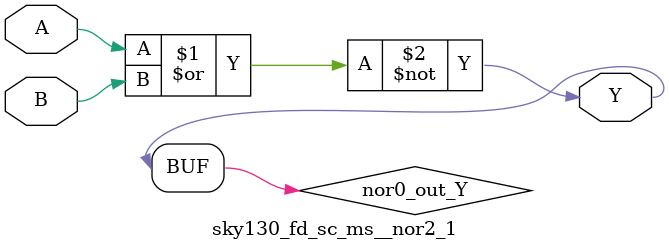
<source format=v>
/*
 * Copyright 2020 The SkyWater PDK Authors
 *
 * Licensed under the Apache License, Version 2.0 (the "License");
 * you may not use this file except in compliance with the License.
 * You may obtain a copy of the License at
 *
 *     https://www.apache.org/licenses/LICENSE-2.0
 *
 * Unless required by applicable law or agreed to in writing, software
 * distributed under the License is distributed on an "AS IS" BASIS,
 * WITHOUT WARRANTIES OR CONDITIONS OF ANY KIND, either express or implied.
 * See the License for the specific language governing permissions and
 * limitations under the License.
 *
 * SPDX-License-Identifier: Apache-2.0
*/


`ifndef SKY130_FD_SC_MS__NOR2_1_FUNCTIONAL_V
`define SKY130_FD_SC_MS__NOR2_1_FUNCTIONAL_V

/**
 * nor2: 2-input NOR.
 *
 * Verilog simulation functional model.
 */

`timescale 1ns / 1ps
`default_nettype none

`celldefine
module sky130_fd_sc_ms__nor2_1 (
    Y,
    A,
    B
);

    // Module ports
    output Y;
    input  A;
    input  B;

    // Local signals
    wire nor0_out_Y;

    //  Name  Output      Other arguments
    nor nor0 (nor0_out_Y, A, B           );
    buf buf0 (Y         , nor0_out_Y     );

endmodule
`endcelldefine

`default_nettype wire
`endif  // SKY130_FD_SC_MS__NOR2_1_FUNCTIONAL_V

</source>
